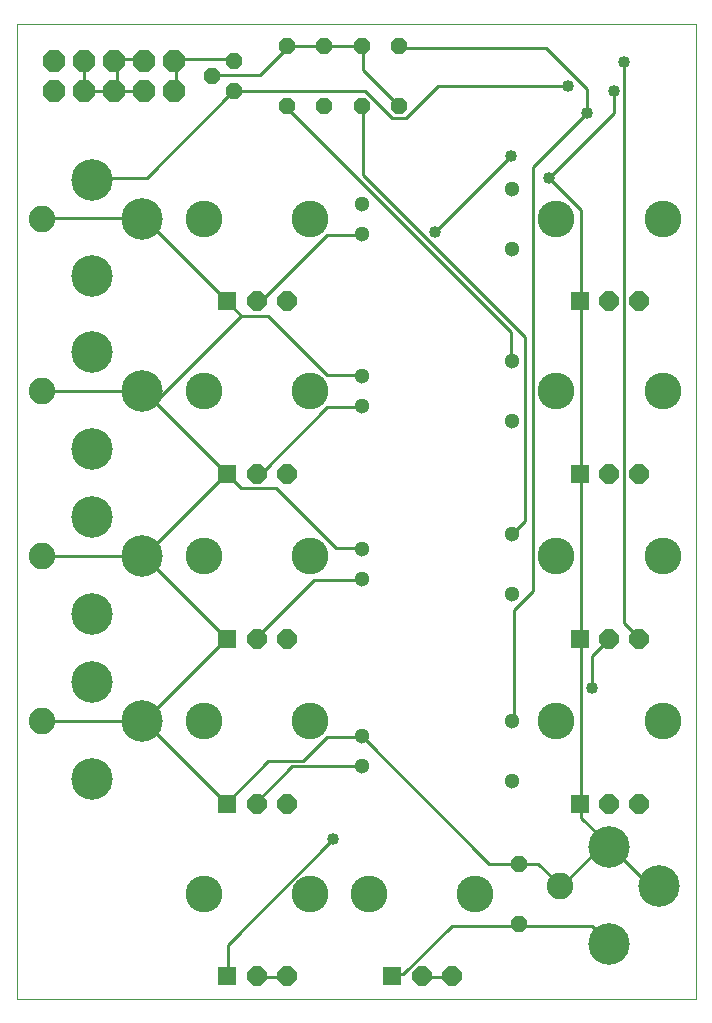
<source format=gtl>
G75*
%MOIN*%
%OFA0B0*%
%FSLAX25Y25*%
%IPPOS*%
%LPD*%
%AMOC8*
5,1,8,0,0,1.08239X$1,22.5*
%
%ADD10C,0.00000*%
%ADD11OC8,0.05200*%
%ADD12C,0.13843*%
%ADD13C,0.08858*%
%ADD14C,0.05118*%
%ADD15OC8,0.07400*%
%ADD16R,0.06496X0.06496*%
%ADD17OC8,0.06496*%
%ADD18C,0.12268*%
%ADD19C,0.01000*%
%ADD20C,0.04000*%
D10*
X0001000Y0001000D02*
X0001000Y0325961D01*
X0227201Y0325961D01*
X0227201Y0001000D01*
X0001000Y0001000D01*
D11*
X0168500Y0026000D03*
X0168500Y0046000D03*
X0128500Y0298500D03*
X0116000Y0298500D03*
X0103500Y0298500D03*
X0091000Y0298500D03*
X0091000Y0318500D03*
X0103500Y0318500D03*
X0116000Y0318500D03*
X0128500Y0318500D03*
X0073500Y0313500D03*
X0073500Y0303500D03*
X0066000Y0308500D03*
D12*
X0042535Y0261000D03*
X0026000Y0273992D03*
X0026000Y0241709D03*
X0026000Y0216492D03*
X0042535Y0203500D03*
X0026000Y0184209D03*
X0026000Y0161492D03*
X0042535Y0148500D03*
X0026000Y0129209D03*
X0026000Y0106492D03*
X0042535Y0093500D03*
X0026000Y0074209D03*
X0198500Y0051492D03*
X0215035Y0038500D03*
X0198500Y0019209D03*
D13*
X0181965Y0038500D03*
X0009465Y0093500D03*
X0009465Y0148500D03*
X0009465Y0203500D03*
X0009465Y0261000D03*
D14*
X0116000Y0256000D03*
X0116000Y0266000D03*
X0116000Y0208500D03*
X0116000Y0198500D03*
X0116000Y0151000D03*
X0116000Y0141000D03*
X0116000Y0088500D03*
X0116000Y0078500D03*
X0166000Y0073500D03*
X0166000Y0093500D03*
X0166000Y0136000D03*
X0166000Y0156000D03*
X0166000Y0193500D03*
X0166000Y0213500D03*
X0166000Y0251000D03*
X0166000Y0271000D03*
D15*
X0053500Y0303500D03*
X0053500Y0313500D03*
X0043500Y0313500D03*
X0043500Y0303500D03*
X0033500Y0303500D03*
X0033500Y0313500D03*
X0023500Y0313500D03*
X0023500Y0303500D03*
X0013500Y0303500D03*
X0013500Y0313500D03*
D16*
X0071157Y0233441D03*
X0071157Y0175941D03*
X0071157Y0120941D03*
X0071157Y0065941D03*
X0071157Y0008441D03*
X0126157Y0008441D03*
X0188657Y0065941D03*
X0188657Y0120941D03*
X0188657Y0175941D03*
X0188657Y0233441D03*
D17*
X0198500Y0233441D03*
X0208343Y0233441D03*
X0208343Y0175941D03*
X0198500Y0175941D03*
X0198500Y0120941D03*
X0208343Y0120941D03*
X0208343Y0065941D03*
X0198500Y0065941D03*
X0145843Y0008441D03*
X0136000Y0008441D03*
X0090843Y0008441D03*
X0081000Y0008441D03*
X0081000Y0065941D03*
X0090843Y0065941D03*
X0090843Y0120941D03*
X0081000Y0120941D03*
X0081000Y0175941D03*
X0090843Y0175941D03*
X0090843Y0233441D03*
X0081000Y0233441D03*
D18*
X0063283Y0261000D03*
X0098717Y0261000D03*
X0098717Y0203500D03*
X0063283Y0203500D03*
X0063283Y0148500D03*
X0098717Y0148500D03*
X0098717Y0093500D03*
X0063283Y0093500D03*
X0063283Y0036000D03*
X0098717Y0036000D03*
X0118283Y0036000D03*
X0153717Y0036000D03*
X0180783Y0093500D03*
X0216217Y0093500D03*
X0216217Y0148500D03*
X0180783Y0148500D03*
X0180783Y0203500D03*
X0216217Y0203500D03*
X0216217Y0261000D03*
X0180783Y0261000D03*
D19*
X0189100Y0263800D02*
X0189100Y0234100D01*
X0188657Y0233441D01*
X0189100Y0233200D01*
X0189100Y0176500D01*
X0188657Y0175941D01*
X0189100Y0175600D01*
X0189100Y0121600D01*
X0188657Y0120941D01*
X0189100Y0120700D01*
X0189100Y0066700D01*
X0188657Y0065941D01*
X0189100Y0065800D01*
X0189100Y0061300D01*
X0197200Y0053200D01*
X0198500Y0051492D01*
X0199000Y0051400D01*
X0211600Y0038800D01*
X0214300Y0038800D01*
X0215035Y0038500D01*
X0198500Y0051492D02*
X0198100Y0052300D01*
X0197200Y0053200D01*
X0182800Y0038800D01*
X0181965Y0038500D01*
X0181900Y0038800D01*
X0174700Y0046000D01*
X0168500Y0046000D01*
X0158500Y0046000D01*
X0116000Y0088500D01*
X0115300Y0088300D01*
X0104500Y0088300D01*
X0096400Y0080200D01*
X0084700Y0080200D01*
X0071200Y0066700D01*
X0071157Y0065941D01*
X0070300Y0066700D01*
X0043300Y0093700D01*
X0042535Y0093500D01*
X0042400Y0093700D01*
X0010000Y0093700D01*
X0009465Y0093500D01*
X0043300Y0093700D02*
X0070300Y0120700D01*
X0071157Y0120941D01*
X0070300Y0121600D01*
X0043300Y0148600D01*
X0042535Y0148500D01*
X0042400Y0148600D01*
X0010000Y0148600D01*
X0009465Y0148500D01*
X0043300Y0148600D02*
X0070300Y0175600D01*
X0071157Y0175941D01*
X0070300Y0176500D01*
X0046900Y0199900D01*
X0042535Y0203500D01*
X0043300Y0203500D01*
X0046900Y0199900D01*
X0075700Y0228700D01*
X0071200Y0233200D01*
X0071157Y0233441D01*
X0070300Y0234100D01*
X0043300Y0261100D01*
X0042535Y0261000D01*
X0042400Y0261100D01*
X0010000Y0261100D01*
X0009465Y0261000D01*
X0026000Y0273992D02*
X0026200Y0274600D01*
X0044200Y0274600D01*
X0073000Y0303400D01*
X0073500Y0303500D01*
X0073900Y0303400D01*
X0117100Y0303400D01*
X0126100Y0294400D01*
X0130600Y0294400D01*
X0141400Y0305200D01*
X0184600Y0305200D01*
X0190900Y0304300D02*
X0190900Y0296200D01*
X0172900Y0278200D01*
X0172900Y0136900D01*
X0166600Y0130600D01*
X0166600Y0093700D01*
X0166000Y0093500D01*
X0192700Y0104500D02*
X0192700Y0115300D01*
X0198100Y0120700D01*
X0198500Y0120941D01*
X0203500Y0126100D02*
X0208000Y0121600D01*
X0208343Y0120941D01*
X0203500Y0126100D02*
X0203500Y0313300D01*
X0199900Y0303400D02*
X0199900Y0296200D01*
X0178300Y0274600D01*
X0189100Y0263800D01*
X0165700Y0281800D02*
X0140500Y0256600D01*
X0116000Y0256000D02*
X0115300Y0255700D01*
X0104500Y0255700D01*
X0082900Y0234100D01*
X0081100Y0234100D01*
X0081000Y0233441D01*
X0084700Y0228700D02*
X0075700Y0228700D01*
X0084700Y0228700D02*
X0104500Y0208900D01*
X0115300Y0208900D01*
X0116000Y0208500D01*
X0116000Y0198500D02*
X0115300Y0198100D01*
X0104500Y0198100D01*
X0082900Y0176500D01*
X0081100Y0176500D01*
X0081000Y0175941D01*
X0075700Y0171100D02*
X0071200Y0175600D01*
X0071157Y0175941D01*
X0075700Y0171100D02*
X0087400Y0171100D01*
X0107200Y0151300D01*
X0115300Y0151300D01*
X0116000Y0151000D01*
X0116000Y0141000D02*
X0115300Y0140500D01*
X0100000Y0140500D01*
X0081100Y0121600D01*
X0081000Y0120941D01*
X0092800Y0078400D02*
X0081100Y0066700D01*
X0081000Y0065941D01*
X0092800Y0078400D02*
X0115300Y0078400D01*
X0116000Y0078500D01*
X0106300Y0054100D02*
X0071200Y0019000D01*
X0071200Y0009100D01*
X0071157Y0008441D01*
X0081000Y0008441D02*
X0081100Y0008200D01*
X0090100Y0008200D01*
X0090843Y0008441D01*
X0126157Y0008441D02*
X0127000Y0009100D01*
X0129700Y0009100D01*
X0145900Y0025300D01*
X0168400Y0025300D01*
X0168500Y0026000D01*
X0169300Y0025300D01*
X0192700Y0025300D01*
X0198100Y0019900D01*
X0198500Y0019209D01*
X0145843Y0008441D02*
X0145000Y0008200D01*
X0136000Y0008200D01*
X0136000Y0008441D01*
X0166000Y0156000D02*
X0166600Y0156700D01*
X0170200Y0160300D01*
X0170200Y0221500D01*
X0116200Y0275500D01*
X0116200Y0298000D01*
X0116000Y0298500D01*
X0127900Y0298900D02*
X0116200Y0310600D01*
X0116200Y0317800D01*
X0116000Y0318500D01*
X0115300Y0318700D01*
X0103600Y0318700D01*
X0103500Y0318500D01*
X0102700Y0318700D01*
X0091000Y0318700D01*
X0091000Y0318500D01*
X0091000Y0317800D01*
X0082000Y0308800D01*
X0066700Y0308800D01*
X0066000Y0308500D01*
X0073500Y0313500D02*
X0073000Y0314200D01*
X0054100Y0314200D01*
X0053500Y0313500D01*
X0054100Y0313300D01*
X0054100Y0304300D01*
X0053500Y0303500D01*
X0043500Y0303500D02*
X0043300Y0303400D01*
X0034300Y0303400D01*
X0033500Y0303500D01*
X0034300Y0304300D01*
X0034300Y0313300D01*
X0033500Y0313500D01*
X0034300Y0314200D01*
X0043300Y0314200D01*
X0043500Y0313500D01*
X0033500Y0303500D02*
X0033400Y0303400D01*
X0023500Y0303400D01*
X0023500Y0303500D01*
X0023500Y0313500D01*
X0091000Y0298500D02*
X0091000Y0298000D01*
X0165700Y0223300D01*
X0165700Y0214300D01*
X0166000Y0213500D01*
X0128500Y0298500D02*
X0127900Y0298900D01*
X0128800Y0317800D02*
X0128500Y0318500D01*
X0128800Y0317800D02*
X0177400Y0317800D01*
X0190900Y0304300D01*
X0042535Y0203500D02*
X0009465Y0203500D01*
D20*
X0106300Y0054100D03*
X0192700Y0104500D03*
X0140500Y0256600D03*
X0165700Y0281800D03*
X0178300Y0274600D03*
X0190900Y0296200D03*
X0184600Y0305200D03*
X0199900Y0303400D03*
X0203500Y0313300D03*
M02*

</source>
